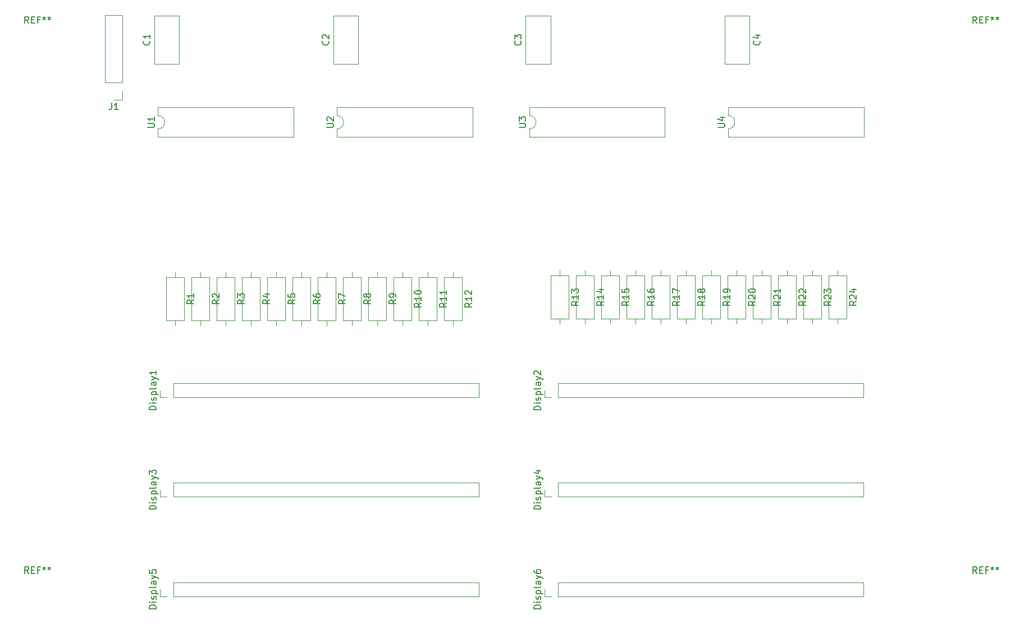
<source format=gbr>
%TF.GenerationSoftware,KiCad,Pcbnew,(5.1.9-0-10_14)*%
%TF.CreationDate,2021-03-14T17:55:17-04:00*%
%TF.ProjectId,LED Display,4c454420-4469-4737-906c-61792e6b6963,rev?*%
%TF.SameCoordinates,Original*%
%TF.FileFunction,Legend,Top*%
%TF.FilePolarity,Positive*%
%FSLAX46Y46*%
G04 Gerber Fmt 4.6, Leading zero omitted, Abs format (unit mm)*
G04 Created by KiCad (PCBNEW (5.1.9-0-10_14)) date 2021-03-14 17:55:17*
%MOMM*%
%LPD*%
G01*
G04 APERTURE LIST*
%ADD10C,0.120000*%
%ADD11C,0.150000*%
G04 APERTURE END LIST*
D10*
%TO.C,Display6*%
X101440000Y-102710000D02*
X101440000Y-101650000D01*
X102500000Y-102710000D02*
X101440000Y-102710000D01*
X103500000Y-102710000D02*
X103500000Y-100590000D01*
X103500000Y-100590000D02*
X149560000Y-100590000D01*
X103500000Y-102710000D02*
X149560000Y-102710000D01*
X149560000Y-102710000D02*
X149560000Y-100590000D01*
%TO.C,C1*%
X42630000Y-22370000D02*
X42630000Y-15130000D01*
X46370000Y-22370000D02*
X46370000Y-15130000D01*
X42630000Y-22370000D02*
X46370000Y-22370000D01*
X42630000Y-15130000D02*
X46370000Y-15130000D01*
%TO.C,C2*%
X69630000Y-15130000D02*
X73370000Y-15130000D01*
X69630000Y-22370000D02*
X73370000Y-22370000D01*
X73370000Y-22370000D02*
X73370000Y-15130000D01*
X69630000Y-22370000D02*
X69630000Y-15130000D01*
%TO.C,C3*%
X98630000Y-15130000D02*
X102370000Y-15130000D01*
X98630000Y-22370000D02*
X102370000Y-22370000D01*
X102370000Y-22370000D02*
X102370000Y-15130000D01*
X98630000Y-22370000D02*
X98630000Y-15130000D01*
%TO.C,C4*%
X132370000Y-15130000D02*
X132370000Y-22370000D01*
X128630000Y-15130000D02*
X128630000Y-22370000D01*
X132370000Y-15130000D02*
X128630000Y-15130000D01*
X132370000Y-22370000D02*
X128630000Y-22370000D01*
%TO.C,Display1*%
X91560000Y-72710000D02*
X91560000Y-70590000D01*
X45500000Y-72710000D02*
X91560000Y-72710000D01*
X45500000Y-70590000D02*
X91560000Y-70590000D01*
X45500000Y-72710000D02*
X45500000Y-70590000D01*
X44500000Y-72710000D02*
X43440000Y-72710000D01*
X43440000Y-72710000D02*
X43440000Y-71650000D01*
%TO.C,Display2*%
X101440000Y-72710000D02*
X101440000Y-71650000D01*
X102500000Y-72710000D02*
X101440000Y-72710000D01*
X103500000Y-72710000D02*
X103500000Y-70590000D01*
X103500000Y-70590000D02*
X149560000Y-70590000D01*
X103500000Y-72710000D02*
X149560000Y-72710000D01*
X149560000Y-72710000D02*
X149560000Y-70590000D01*
%TO.C,Display3*%
X91560000Y-87710000D02*
X91560000Y-85590000D01*
X45500000Y-87710000D02*
X91560000Y-87710000D01*
X45500000Y-85590000D02*
X91560000Y-85590000D01*
X45500000Y-87710000D02*
X45500000Y-85590000D01*
X44500000Y-87710000D02*
X43440000Y-87710000D01*
X43440000Y-87710000D02*
X43440000Y-86650000D01*
%TO.C,Display4*%
X149560000Y-87710000D02*
X149560000Y-85590000D01*
X103500000Y-87710000D02*
X149560000Y-87710000D01*
X103500000Y-85590000D02*
X149560000Y-85590000D01*
X103500000Y-87710000D02*
X103500000Y-85590000D01*
X102500000Y-87710000D02*
X101440000Y-87710000D01*
X101440000Y-87710000D02*
X101440000Y-86650000D01*
%TO.C,Display5*%
X43440000Y-102710000D02*
X43440000Y-101650000D01*
X44500000Y-102710000D02*
X43440000Y-102710000D01*
X45500000Y-102710000D02*
X45500000Y-100590000D01*
X45500000Y-100590000D02*
X91560000Y-100590000D01*
X45500000Y-102710000D02*
X91560000Y-102710000D01*
X91560000Y-102710000D02*
X91560000Y-100590000D01*
%TO.C,J1*%
X37830000Y-27830000D02*
X36500000Y-27830000D01*
X37830000Y-26500000D02*
X37830000Y-27830000D01*
X37830000Y-25230000D02*
X35170000Y-25230000D01*
X35170000Y-25230000D02*
X35170000Y-15010000D01*
X37830000Y-25230000D02*
X37830000Y-15010000D01*
X37830000Y-15010000D02*
X35170000Y-15010000D01*
%TO.C,R1*%
X45750000Y-61870000D02*
X45750000Y-61100000D01*
X45750000Y-53790000D02*
X45750000Y-54560000D01*
X47120000Y-61100000D02*
X47120000Y-54560000D01*
X44380000Y-61100000D02*
X47120000Y-61100000D01*
X44380000Y-54560000D02*
X44380000Y-61100000D01*
X47120000Y-54560000D02*
X44380000Y-54560000D01*
%TO.C,R2*%
X50930000Y-54560000D02*
X48190000Y-54560000D01*
X48190000Y-54560000D02*
X48190000Y-61100000D01*
X48190000Y-61100000D02*
X50930000Y-61100000D01*
X50930000Y-61100000D02*
X50930000Y-54560000D01*
X49560000Y-53790000D02*
X49560000Y-54560000D01*
X49560000Y-61870000D02*
X49560000Y-61100000D01*
%TO.C,R3*%
X53370000Y-61870000D02*
X53370000Y-61100000D01*
X53370000Y-53790000D02*
X53370000Y-54560000D01*
X54740000Y-61100000D02*
X54740000Y-54560000D01*
X52000000Y-61100000D02*
X54740000Y-61100000D01*
X52000000Y-54560000D02*
X52000000Y-61100000D01*
X54740000Y-54560000D02*
X52000000Y-54560000D01*
%TO.C,R4*%
X57180000Y-61870000D02*
X57180000Y-61100000D01*
X57180000Y-53790000D02*
X57180000Y-54560000D01*
X58550000Y-61100000D02*
X58550000Y-54560000D01*
X55810000Y-61100000D02*
X58550000Y-61100000D01*
X55810000Y-54560000D02*
X55810000Y-61100000D01*
X58550000Y-54560000D02*
X55810000Y-54560000D01*
%TO.C,R5*%
X60990000Y-61870000D02*
X60990000Y-61100000D01*
X60990000Y-53790000D02*
X60990000Y-54560000D01*
X62360000Y-61100000D02*
X62360000Y-54560000D01*
X59620000Y-61100000D02*
X62360000Y-61100000D01*
X59620000Y-54560000D02*
X59620000Y-61100000D01*
X62360000Y-54560000D02*
X59620000Y-54560000D01*
%TO.C,R6*%
X66170000Y-54560000D02*
X63430000Y-54560000D01*
X63430000Y-54560000D02*
X63430000Y-61100000D01*
X63430000Y-61100000D02*
X66170000Y-61100000D01*
X66170000Y-61100000D02*
X66170000Y-54560000D01*
X64800000Y-53790000D02*
X64800000Y-54560000D01*
X64800000Y-61870000D02*
X64800000Y-61100000D01*
%TO.C,R7*%
X68610000Y-61870000D02*
X68610000Y-61100000D01*
X68610000Y-53790000D02*
X68610000Y-54560000D01*
X69980000Y-61100000D02*
X69980000Y-54560000D01*
X67240000Y-61100000D02*
X69980000Y-61100000D01*
X67240000Y-54560000D02*
X67240000Y-61100000D01*
X69980000Y-54560000D02*
X67240000Y-54560000D01*
%TO.C,R8*%
X73790000Y-54560000D02*
X71050000Y-54560000D01*
X71050000Y-54560000D02*
X71050000Y-61100000D01*
X71050000Y-61100000D02*
X73790000Y-61100000D01*
X73790000Y-61100000D02*
X73790000Y-54560000D01*
X72420000Y-53790000D02*
X72420000Y-54560000D01*
X72420000Y-61870000D02*
X72420000Y-61100000D01*
%TO.C,R9*%
X77600000Y-54560000D02*
X74860000Y-54560000D01*
X74860000Y-54560000D02*
X74860000Y-61100000D01*
X74860000Y-61100000D02*
X77600000Y-61100000D01*
X77600000Y-61100000D02*
X77600000Y-54560000D01*
X76230000Y-53790000D02*
X76230000Y-54560000D01*
X76230000Y-61870000D02*
X76230000Y-61100000D01*
%TO.C,R10*%
X80040000Y-61870000D02*
X80040000Y-61100000D01*
X80040000Y-53790000D02*
X80040000Y-54560000D01*
X81410000Y-61100000D02*
X81410000Y-54560000D01*
X78670000Y-61100000D02*
X81410000Y-61100000D01*
X78670000Y-54560000D02*
X78670000Y-61100000D01*
X81410000Y-54560000D02*
X78670000Y-54560000D01*
%TO.C,R11*%
X85220000Y-54560000D02*
X82480000Y-54560000D01*
X82480000Y-54560000D02*
X82480000Y-61100000D01*
X82480000Y-61100000D02*
X85220000Y-61100000D01*
X85220000Y-61100000D02*
X85220000Y-54560000D01*
X83850000Y-53790000D02*
X83850000Y-54560000D01*
X83850000Y-61870000D02*
X83850000Y-61100000D01*
%TO.C,R12*%
X87660000Y-61870000D02*
X87660000Y-61100000D01*
X87660000Y-53790000D02*
X87660000Y-54560000D01*
X89030000Y-61100000D02*
X89030000Y-54560000D01*
X86290000Y-61100000D02*
X89030000Y-61100000D01*
X86290000Y-54560000D02*
X86290000Y-61100000D01*
X89030000Y-54560000D02*
X86290000Y-54560000D01*
%TO.C,R13*%
X103750000Y-61620000D02*
X103750000Y-60850000D01*
X103750000Y-53540000D02*
X103750000Y-54310000D01*
X105120000Y-60850000D02*
X105120000Y-54310000D01*
X102380000Y-60850000D02*
X105120000Y-60850000D01*
X102380000Y-54310000D02*
X102380000Y-60850000D01*
X105120000Y-54310000D02*
X102380000Y-54310000D01*
%TO.C,R14*%
X108930000Y-54310000D02*
X106190000Y-54310000D01*
X106190000Y-54310000D02*
X106190000Y-60850000D01*
X106190000Y-60850000D02*
X108930000Y-60850000D01*
X108930000Y-60850000D02*
X108930000Y-54310000D01*
X107560000Y-53540000D02*
X107560000Y-54310000D01*
X107560000Y-61620000D02*
X107560000Y-60850000D01*
%TO.C,R15*%
X112740000Y-54310000D02*
X110000000Y-54310000D01*
X110000000Y-54310000D02*
X110000000Y-60850000D01*
X110000000Y-60850000D02*
X112740000Y-60850000D01*
X112740000Y-60850000D02*
X112740000Y-54310000D01*
X111370000Y-53540000D02*
X111370000Y-54310000D01*
X111370000Y-61620000D02*
X111370000Y-60850000D01*
%TO.C,R16*%
X115180000Y-61620000D02*
X115180000Y-60850000D01*
X115180000Y-53540000D02*
X115180000Y-54310000D01*
X116550000Y-60850000D02*
X116550000Y-54310000D01*
X113810000Y-60850000D02*
X116550000Y-60850000D01*
X113810000Y-54310000D02*
X113810000Y-60850000D01*
X116550000Y-54310000D02*
X113810000Y-54310000D01*
%TO.C,R17*%
X120360000Y-54310000D02*
X117620000Y-54310000D01*
X117620000Y-54310000D02*
X117620000Y-60850000D01*
X117620000Y-60850000D02*
X120360000Y-60850000D01*
X120360000Y-60850000D02*
X120360000Y-54310000D01*
X118990000Y-53540000D02*
X118990000Y-54310000D01*
X118990000Y-61620000D02*
X118990000Y-60850000D01*
%TO.C,R18*%
X122800000Y-61620000D02*
X122800000Y-60850000D01*
X122800000Y-53540000D02*
X122800000Y-54310000D01*
X124170000Y-60850000D02*
X124170000Y-54310000D01*
X121430000Y-60850000D02*
X124170000Y-60850000D01*
X121430000Y-54310000D02*
X121430000Y-60850000D01*
X124170000Y-54310000D02*
X121430000Y-54310000D01*
%TO.C,R19*%
X127980000Y-54310000D02*
X125240000Y-54310000D01*
X125240000Y-54310000D02*
X125240000Y-60850000D01*
X125240000Y-60850000D02*
X127980000Y-60850000D01*
X127980000Y-60850000D02*
X127980000Y-54310000D01*
X126610000Y-53540000D02*
X126610000Y-54310000D01*
X126610000Y-61620000D02*
X126610000Y-60850000D01*
%TO.C,R20*%
X130420000Y-61620000D02*
X130420000Y-60850000D01*
X130420000Y-53540000D02*
X130420000Y-54310000D01*
X131790000Y-60850000D02*
X131790000Y-54310000D01*
X129050000Y-60850000D02*
X131790000Y-60850000D01*
X129050000Y-54310000D02*
X129050000Y-60850000D01*
X131790000Y-54310000D02*
X129050000Y-54310000D01*
%TO.C,R21*%
X135600000Y-54310000D02*
X132860000Y-54310000D01*
X132860000Y-54310000D02*
X132860000Y-60850000D01*
X132860000Y-60850000D02*
X135600000Y-60850000D01*
X135600000Y-60850000D02*
X135600000Y-54310000D01*
X134230000Y-53540000D02*
X134230000Y-54310000D01*
X134230000Y-61620000D02*
X134230000Y-60850000D01*
%TO.C,R22*%
X138040000Y-61620000D02*
X138040000Y-60850000D01*
X138040000Y-53540000D02*
X138040000Y-54310000D01*
X139410000Y-60850000D02*
X139410000Y-54310000D01*
X136670000Y-60850000D02*
X139410000Y-60850000D01*
X136670000Y-54310000D02*
X136670000Y-60850000D01*
X139410000Y-54310000D02*
X136670000Y-54310000D01*
%TO.C,R23*%
X143220000Y-54310000D02*
X140480000Y-54310000D01*
X140480000Y-54310000D02*
X140480000Y-60850000D01*
X140480000Y-60850000D02*
X143220000Y-60850000D01*
X143220000Y-60850000D02*
X143220000Y-54310000D01*
X141850000Y-53540000D02*
X141850000Y-54310000D01*
X141850000Y-61620000D02*
X141850000Y-60850000D01*
%TO.C,R24*%
X147030000Y-54310000D02*
X144290000Y-54310000D01*
X144290000Y-54310000D02*
X144290000Y-60850000D01*
X144290000Y-60850000D02*
X147030000Y-60850000D01*
X147030000Y-60850000D02*
X147030000Y-54310000D01*
X145660000Y-53540000D02*
X145660000Y-54310000D01*
X145660000Y-61620000D02*
X145660000Y-60850000D01*
%TO.C,U1*%
X43170000Y-30190000D02*
G75*
G02*
X43170000Y-32190000I0J-1000000D01*
G01*
X43170000Y-32190000D02*
X43170000Y-33440000D01*
X43170000Y-33440000D02*
X63610000Y-33440000D01*
X63610000Y-33440000D02*
X63610000Y-28940000D01*
X63610000Y-28940000D02*
X43170000Y-28940000D01*
X43170000Y-28940000D02*
X43170000Y-30190000D01*
%TO.C,U2*%
X70170000Y-28940000D02*
X70170000Y-30190000D01*
X90610000Y-28940000D02*
X70170000Y-28940000D01*
X90610000Y-33440000D02*
X90610000Y-28940000D01*
X70170000Y-33440000D02*
X90610000Y-33440000D01*
X70170000Y-32190000D02*
X70170000Y-33440000D01*
X70170000Y-30190000D02*
G75*
G02*
X70170000Y-32190000I0J-1000000D01*
G01*
%TO.C,U3*%
X99170000Y-30190000D02*
G75*
G02*
X99170000Y-32190000I0J-1000000D01*
G01*
X99170000Y-32190000D02*
X99170000Y-33440000D01*
X99170000Y-33440000D02*
X119610000Y-33440000D01*
X119610000Y-33440000D02*
X119610000Y-28940000D01*
X119610000Y-28940000D02*
X99170000Y-28940000D01*
X99170000Y-28940000D02*
X99170000Y-30190000D01*
%TO.C,U4*%
X129170000Y-28940000D02*
X129170000Y-30190000D01*
X149610000Y-28940000D02*
X129170000Y-28940000D01*
X149610000Y-33440000D02*
X149610000Y-28940000D01*
X129170000Y-33440000D02*
X149610000Y-33440000D01*
X129170000Y-32190000D02*
X129170000Y-33440000D01*
X129170000Y-30190000D02*
G75*
G02*
X129170000Y-32190000I0J-1000000D01*
G01*
%TO.C,REF\u002A\u002A*%
D11*
X166666666Y-16252380D02*
X166333333Y-15776190D01*
X166095238Y-16252380D02*
X166095238Y-15252380D01*
X166476190Y-15252380D01*
X166571428Y-15300000D01*
X166619047Y-15347619D01*
X166666666Y-15442857D01*
X166666666Y-15585714D01*
X166619047Y-15680952D01*
X166571428Y-15728571D01*
X166476190Y-15776190D01*
X166095238Y-15776190D01*
X167095238Y-15728571D02*
X167428571Y-15728571D01*
X167571428Y-16252380D02*
X167095238Y-16252380D01*
X167095238Y-15252380D01*
X167571428Y-15252380D01*
X168333333Y-15728571D02*
X168000000Y-15728571D01*
X168000000Y-16252380D02*
X168000000Y-15252380D01*
X168476190Y-15252380D01*
X169000000Y-15252380D02*
X169000000Y-15490476D01*
X168761904Y-15395238D02*
X169000000Y-15490476D01*
X169238095Y-15395238D01*
X168857142Y-15680952D02*
X169000000Y-15490476D01*
X169142857Y-15680952D01*
X169761904Y-15252380D02*
X169761904Y-15490476D01*
X169523809Y-15395238D02*
X169761904Y-15490476D01*
X170000000Y-15395238D01*
X169619047Y-15680952D02*
X169761904Y-15490476D01*
X169904761Y-15680952D01*
X166666666Y-99252380D02*
X166333333Y-98776190D01*
X166095238Y-99252380D02*
X166095238Y-98252380D01*
X166476190Y-98252380D01*
X166571428Y-98300000D01*
X166619047Y-98347619D01*
X166666666Y-98442857D01*
X166666666Y-98585714D01*
X166619047Y-98680952D01*
X166571428Y-98728571D01*
X166476190Y-98776190D01*
X166095238Y-98776190D01*
X167095238Y-98728571D02*
X167428571Y-98728571D01*
X167571428Y-99252380D02*
X167095238Y-99252380D01*
X167095238Y-98252380D01*
X167571428Y-98252380D01*
X168333333Y-98728571D02*
X168000000Y-98728571D01*
X168000000Y-99252380D02*
X168000000Y-98252380D01*
X168476190Y-98252380D01*
X169000000Y-98252380D02*
X169000000Y-98490476D01*
X168761904Y-98395238D02*
X169000000Y-98490476D01*
X169238095Y-98395238D01*
X168857142Y-98680952D02*
X169000000Y-98490476D01*
X169142857Y-98680952D01*
X169761904Y-98252380D02*
X169761904Y-98490476D01*
X169523809Y-98395238D02*
X169761904Y-98490476D01*
X170000000Y-98395238D01*
X169619047Y-98680952D02*
X169761904Y-98490476D01*
X169904761Y-98680952D01*
X23666666Y-99252380D02*
X23333333Y-98776190D01*
X23095238Y-99252380D02*
X23095238Y-98252380D01*
X23476190Y-98252380D01*
X23571428Y-98300000D01*
X23619047Y-98347619D01*
X23666666Y-98442857D01*
X23666666Y-98585714D01*
X23619047Y-98680952D01*
X23571428Y-98728571D01*
X23476190Y-98776190D01*
X23095238Y-98776190D01*
X24095238Y-98728571D02*
X24428571Y-98728571D01*
X24571428Y-99252380D02*
X24095238Y-99252380D01*
X24095238Y-98252380D01*
X24571428Y-98252380D01*
X25333333Y-98728571D02*
X25000000Y-98728571D01*
X25000000Y-99252380D02*
X25000000Y-98252380D01*
X25476190Y-98252380D01*
X26000000Y-98252380D02*
X26000000Y-98490476D01*
X25761904Y-98395238D02*
X26000000Y-98490476D01*
X26238095Y-98395238D01*
X25857142Y-98680952D02*
X26000000Y-98490476D01*
X26142857Y-98680952D01*
X26761904Y-98252380D02*
X26761904Y-98490476D01*
X26523809Y-98395238D02*
X26761904Y-98490476D01*
X27000000Y-98395238D01*
X26619047Y-98680952D02*
X26761904Y-98490476D01*
X26904761Y-98680952D01*
X23666666Y-16252380D02*
X23333333Y-15776190D01*
X23095238Y-16252380D02*
X23095238Y-15252380D01*
X23476190Y-15252380D01*
X23571428Y-15300000D01*
X23619047Y-15347619D01*
X23666666Y-15442857D01*
X23666666Y-15585714D01*
X23619047Y-15680952D01*
X23571428Y-15728571D01*
X23476190Y-15776190D01*
X23095238Y-15776190D01*
X24095238Y-15728571D02*
X24428571Y-15728571D01*
X24571428Y-16252380D02*
X24095238Y-16252380D01*
X24095238Y-15252380D01*
X24571428Y-15252380D01*
X25333333Y-15728571D02*
X25000000Y-15728571D01*
X25000000Y-16252380D02*
X25000000Y-15252380D01*
X25476190Y-15252380D01*
X26000000Y-15252380D02*
X26000000Y-15490476D01*
X25761904Y-15395238D02*
X26000000Y-15490476D01*
X26238095Y-15395238D01*
X25857142Y-15680952D02*
X26000000Y-15490476D01*
X26142857Y-15680952D01*
X26761904Y-15252380D02*
X26761904Y-15490476D01*
X26523809Y-15395238D02*
X26761904Y-15490476D01*
X27000000Y-15395238D01*
X26619047Y-15680952D02*
X26761904Y-15490476D01*
X26904761Y-15680952D01*
%TO.C,Display6*%
X100892380Y-104578571D02*
X99892380Y-104578571D01*
X99892380Y-104340476D01*
X99940000Y-104197619D01*
X100035238Y-104102380D01*
X100130476Y-104054761D01*
X100320952Y-104007142D01*
X100463809Y-104007142D01*
X100654285Y-104054761D01*
X100749523Y-104102380D01*
X100844761Y-104197619D01*
X100892380Y-104340476D01*
X100892380Y-104578571D01*
X100892380Y-103578571D02*
X100225714Y-103578571D01*
X99892380Y-103578571D02*
X99940000Y-103626190D01*
X99987619Y-103578571D01*
X99940000Y-103530952D01*
X99892380Y-103578571D01*
X99987619Y-103578571D01*
X100844761Y-103150000D02*
X100892380Y-103054761D01*
X100892380Y-102864285D01*
X100844761Y-102769047D01*
X100749523Y-102721428D01*
X100701904Y-102721428D01*
X100606666Y-102769047D01*
X100559047Y-102864285D01*
X100559047Y-103007142D01*
X100511428Y-103102380D01*
X100416190Y-103150000D01*
X100368571Y-103150000D01*
X100273333Y-103102380D01*
X100225714Y-103007142D01*
X100225714Y-102864285D01*
X100273333Y-102769047D01*
X100225714Y-102292857D02*
X101225714Y-102292857D01*
X100273333Y-102292857D02*
X100225714Y-102197619D01*
X100225714Y-102007142D01*
X100273333Y-101911904D01*
X100320952Y-101864285D01*
X100416190Y-101816666D01*
X100701904Y-101816666D01*
X100797142Y-101864285D01*
X100844761Y-101911904D01*
X100892380Y-102007142D01*
X100892380Y-102197619D01*
X100844761Y-102292857D01*
X100892380Y-101245238D02*
X100844761Y-101340476D01*
X100749523Y-101388095D01*
X99892380Y-101388095D01*
X100892380Y-100435714D02*
X100368571Y-100435714D01*
X100273333Y-100483333D01*
X100225714Y-100578571D01*
X100225714Y-100769047D01*
X100273333Y-100864285D01*
X100844761Y-100435714D02*
X100892380Y-100530952D01*
X100892380Y-100769047D01*
X100844761Y-100864285D01*
X100749523Y-100911904D01*
X100654285Y-100911904D01*
X100559047Y-100864285D01*
X100511428Y-100769047D01*
X100511428Y-100530952D01*
X100463809Y-100435714D01*
X100225714Y-100054761D02*
X100892380Y-99816666D01*
X100225714Y-99578571D02*
X100892380Y-99816666D01*
X101130476Y-99911904D01*
X101178095Y-99959523D01*
X101225714Y-100054761D01*
X99892380Y-98769047D02*
X99892380Y-98959523D01*
X99940000Y-99054761D01*
X99987619Y-99102380D01*
X100130476Y-99197619D01*
X100320952Y-99245238D01*
X100701904Y-99245238D01*
X100797142Y-99197619D01*
X100844761Y-99150000D01*
X100892380Y-99054761D01*
X100892380Y-98864285D01*
X100844761Y-98769047D01*
X100797142Y-98721428D01*
X100701904Y-98673809D01*
X100463809Y-98673809D01*
X100368571Y-98721428D01*
X100320952Y-98769047D01*
X100273333Y-98864285D01*
X100273333Y-99054761D01*
X100320952Y-99150000D01*
X100368571Y-99197619D01*
X100463809Y-99245238D01*
%TO.C,C1*%
X41857142Y-18916666D02*
X41904761Y-18964285D01*
X41952380Y-19107142D01*
X41952380Y-19202380D01*
X41904761Y-19345238D01*
X41809523Y-19440476D01*
X41714285Y-19488095D01*
X41523809Y-19535714D01*
X41380952Y-19535714D01*
X41190476Y-19488095D01*
X41095238Y-19440476D01*
X41000000Y-19345238D01*
X40952380Y-19202380D01*
X40952380Y-19107142D01*
X41000000Y-18964285D01*
X41047619Y-18916666D01*
X41952380Y-17964285D02*
X41952380Y-18535714D01*
X41952380Y-18250000D02*
X40952380Y-18250000D01*
X41095238Y-18345238D01*
X41190476Y-18440476D01*
X41238095Y-18535714D01*
%TO.C,C2*%
X68857142Y-18916666D02*
X68904761Y-18964285D01*
X68952380Y-19107142D01*
X68952380Y-19202380D01*
X68904761Y-19345238D01*
X68809523Y-19440476D01*
X68714285Y-19488095D01*
X68523809Y-19535714D01*
X68380952Y-19535714D01*
X68190476Y-19488095D01*
X68095238Y-19440476D01*
X68000000Y-19345238D01*
X67952380Y-19202380D01*
X67952380Y-19107142D01*
X68000000Y-18964285D01*
X68047619Y-18916666D01*
X68047619Y-18535714D02*
X68000000Y-18488095D01*
X67952380Y-18392857D01*
X67952380Y-18154761D01*
X68000000Y-18059523D01*
X68047619Y-18011904D01*
X68142857Y-17964285D01*
X68238095Y-17964285D01*
X68380952Y-18011904D01*
X68952380Y-18583333D01*
X68952380Y-17964285D01*
%TO.C,C3*%
X97857142Y-18916666D02*
X97904761Y-18964285D01*
X97952380Y-19107142D01*
X97952380Y-19202380D01*
X97904761Y-19345238D01*
X97809523Y-19440476D01*
X97714285Y-19488095D01*
X97523809Y-19535714D01*
X97380952Y-19535714D01*
X97190476Y-19488095D01*
X97095238Y-19440476D01*
X97000000Y-19345238D01*
X96952380Y-19202380D01*
X96952380Y-19107142D01*
X97000000Y-18964285D01*
X97047619Y-18916666D01*
X96952380Y-18583333D02*
X96952380Y-17964285D01*
X97333333Y-18297619D01*
X97333333Y-18154761D01*
X97380952Y-18059523D01*
X97428571Y-18011904D01*
X97523809Y-17964285D01*
X97761904Y-17964285D01*
X97857142Y-18011904D01*
X97904761Y-18059523D01*
X97952380Y-18154761D01*
X97952380Y-18440476D01*
X97904761Y-18535714D01*
X97857142Y-18583333D01*
%TO.C,C4*%
X133857142Y-18916666D02*
X133904761Y-18964285D01*
X133952380Y-19107142D01*
X133952380Y-19202380D01*
X133904761Y-19345238D01*
X133809523Y-19440476D01*
X133714285Y-19488095D01*
X133523809Y-19535714D01*
X133380952Y-19535714D01*
X133190476Y-19488095D01*
X133095238Y-19440476D01*
X133000000Y-19345238D01*
X132952380Y-19202380D01*
X132952380Y-19107142D01*
X133000000Y-18964285D01*
X133047619Y-18916666D01*
X133285714Y-18059523D02*
X133952380Y-18059523D01*
X132904761Y-18297619D02*
X133619047Y-18535714D01*
X133619047Y-17916666D01*
%TO.C,Display1*%
X42892380Y-74578571D02*
X41892380Y-74578571D01*
X41892380Y-74340476D01*
X41940000Y-74197619D01*
X42035238Y-74102380D01*
X42130476Y-74054761D01*
X42320952Y-74007142D01*
X42463809Y-74007142D01*
X42654285Y-74054761D01*
X42749523Y-74102380D01*
X42844761Y-74197619D01*
X42892380Y-74340476D01*
X42892380Y-74578571D01*
X42892380Y-73578571D02*
X42225714Y-73578571D01*
X41892380Y-73578571D02*
X41940000Y-73626190D01*
X41987619Y-73578571D01*
X41940000Y-73530952D01*
X41892380Y-73578571D01*
X41987619Y-73578571D01*
X42844761Y-73150000D02*
X42892380Y-73054761D01*
X42892380Y-72864285D01*
X42844761Y-72769047D01*
X42749523Y-72721428D01*
X42701904Y-72721428D01*
X42606666Y-72769047D01*
X42559047Y-72864285D01*
X42559047Y-73007142D01*
X42511428Y-73102380D01*
X42416190Y-73150000D01*
X42368571Y-73150000D01*
X42273333Y-73102380D01*
X42225714Y-73007142D01*
X42225714Y-72864285D01*
X42273333Y-72769047D01*
X42225714Y-72292857D02*
X43225714Y-72292857D01*
X42273333Y-72292857D02*
X42225714Y-72197619D01*
X42225714Y-72007142D01*
X42273333Y-71911904D01*
X42320952Y-71864285D01*
X42416190Y-71816666D01*
X42701904Y-71816666D01*
X42797142Y-71864285D01*
X42844761Y-71911904D01*
X42892380Y-72007142D01*
X42892380Y-72197619D01*
X42844761Y-72292857D01*
X42892380Y-71245238D02*
X42844761Y-71340476D01*
X42749523Y-71388095D01*
X41892380Y-71388095D01*
X42892380Y-70435714D02*
X42368571Y-70435714D01*
X42273333Y-70483333D01*
X42225714Y-70578571D01*
X42225714Y-70769047D01*
X42273333Y-70864285D01*
X42844761Y-70435714D02*
X42892380Y-70530952D01*
X42892380Y-70769047D01*
X42844761Y-70864285D01*
X42749523Y-70911904D01*
X42654285Y-70911904D01*
X42559047Y-70864285D01*
X42511428Y-70769047D01*
X42511428Y-70530952D01*
X42463809Y-70435714D01*
X42225714Y-70054761D02*
X42892380Y-69816666D01*
X42225714Y-69578571D02*
X42892380Y-69816666D01*
X43130476Y-69911904D01*
X43178095Y-69959523D01*
X43225714Y-70054761D01*
X42892380Y-68673809D02*
X42892380Y-69245238D01*
X42892380Y-68959523D02*
X41892380Y-68959523D01*
X42035238Y-69054761D01*
X42130476Y-69150000D01*
X42178095Y-69245238D01*
%TO.C,Display2*%
X100892380Y-74578571D02*
X99892380Y-74578571D01*
X99892380Y-74340476D01*
X99940000Y-74197619D01*
X100035238Y-74102380D01*
X100130476Y-74054761D01*
X100320952Y-74007142D01*
X100463809Y-74007142D01*
X100654285Y-74054761D01*
X100749523Y-74102380D01*
X100844761Y-74197619D01*
X100892380Y-74340476D01*
X100892380Y-74578571D01*
X100892380Y-73578571D02*
X100225714Y-73578571D01*
X99892380Y-73578571D02*
X99940000Y-73626190D01*
X99987619Y-73578571D01*
X99940000Y-73530952D01*
X99892380Y-73578571D01*
X99987619Y-73578571D01*
X100844761Y-73150000D02*
X100892380Y-73054761D01*
X100892380Y-72864285D01*
X100844761Y-72769047D01*
X100749523Y-72721428D01*
X100701904Y-72721428D01*
X100606666Y-72769047D01*
X100559047Y-72864285D01*
X100559047Y-73007142D01*
X100511428Y-73102380D01*
X100416190Y-73150000D01*
X100368571Y-73150000D01*
X100273333Y-73102380D01*
X100225714Y-73007142D01*
X100225714Y-72864285D01*
X100273333Y-72769047D01*
X100225714Y-72292857D02*
X101225714Y-72292857D01*
X100273333Y-72292857D02*
X100225714Y-72197619D01*
X100225714Y-72007142D01*
X100273333Y-71911904D01*
X100320952Y-71864285D01*
X100416190Y-71816666D01*
X100701904Y-71816666D01*
X100797142Y-71864285D01*
X100844761Y-71911904D01*
X100892380Y-72007142D01*
X100892380Y-72197619D01*
X100844761Y-72292857D01*
X100892380Y-71245238D02*
X100844761Y-71340476D01*
X100749523Y-71388095D01*
X99892380Y-71388095D01*
X100892380Y-70435714D02*
X100368571Y-70435714D01*
X100273333Y-70483333D01*
X100225714Y-70578571D01*
X100225714Y-70769047D01*
X100273333Y-70864285D01*
X100844761Y-70435714D02*
X100892380Y-70530952D01*
X100892380Y-70769047D01*
X100844761Y-70864285D01*
X100749523Y-70911904D01*
X100654285Y-70911904D01*
X100559047Y-70864285D01*
X100511428Y-70769047D01*
X100511428Y-70530952D01*
X100463809Y-70435714D01*
X100225714Y-70054761D02*
X100892380Y-69816666D01*
X100225714Y-69578571D02*
X100892380Y-69816666D01*
X101130476Y-69911904D01*
X101178095Y-69959523D01*
X101225714Y-70054761D01*
X99987619Y-69245238D02*
X99940000Y-69197619D01*
X99892380Y-69102380D01*
X99892380Y-68864285D01*
X99940000Y-68769047D01*
X99987619Y-68721428D01*
X100082857Y-68673809D01*
X100178095Y-68673809D01*
X100320952Y-68721428D01*
X100892380Y-69292857D01*
X100892380Y-68673809D01*
%TO.C,Display3*%
X42892380Y-89578571D02*
X41892380Y-89578571D01*
X41892380Y-89340476D01*
X41940000Y-89197619D01*
X42035238Y-89102380D01*
X42130476Y-89054761D01*
X42320952Y-89007142D01*
X42463809Y-89007142D01*
X42654285Y-89054761D01*
X42749523Y-89102380D01*
X42844761Y-89197619D01*
X42892380Y-89340476D01*
X42892380Y-89578571D01*
X42892380Y-88578571D02*
X42225714Y-88578571D01*
X41892380Y-88578571D02*
X41940000Y-88626190D01*
X41987619Y-88578571D01*
X41940000Y-88530952D01*
X41892380Y-88578571D01*
X41987619Y-88578571D01*
X42844761Y-88150000D02*
X42892380Y-88054761D01*
X42892380Y-87864285D01*
X42844761Y-87769047D01*
X42749523Y-87721428D01*
X42701904Y-87721428D01*
X42606666Y-87769047D01*
X42559047Y-87864285D01*
X42559047Y-88007142D01*
X42511428Y-88102380D01*
X42416190Y-88150000D01*
X42368571Y-88150000D01*
X42273333Y-88102380D01*
X42225714Y-88007142D01*
X42225714Y-87864285D01*
X42273333Y-87769047D01*
X42225714Y-87292857D02*
X43225714Y-87292857D01*
X42273333Y-87292857D02*
X42225714Y-87197619D01*
X42225714Y-87007142D01*
X42273333Y-86911904D01*
X42320952Y-86864285D01*
X42416190Y-86816666D01*
X42701904Y-86816666D01*
X42797142Y-86864285D01*
X42844761Y-86911904D01*
X42892380Y-87007142D01*
X42892380Y-87197619D01*
X42844761Y-87292857D01*
X42892380Y-86245238D02*
X42844761Y-86340476D01*
X42749523Y-86388095D01*
X41892380Y-86388095D01*
X42892380Y-85435714D02*
X42368571Y-85435714D01*
X42273333Y-85483333D01*
X42225714Y-85578571D01*
X42225714Y-85769047D01*
X42273333Y-85864285D01*
X42844761Y-85435714D02*
X42892380Y-85530952D01*
X42892380Y-85769047D01*
X42844761Y-85864285D01*
X42749523Y-85911904D01*
X42654285Y-85911904D01*
X42559047Y-85864285D01*
X42511428Y-85769047D01*
X42511428Y-85530952D01*
X42463809Y-85435714D01*
X42225714Y-85054761D02*
X42892380Y-84816666D01*
X42225714Y-84578571D02*
X42892380Y-84816666D01*
X43130476Y-84911904D01*
X43178095Y-84959523D01*
X43225714Y-85054761D01*
X41892380Y-84292857D02*
X41892380Y-83673809D01*
X42273333Y-84007142D01*
X42273333Y-83864285D01*
X42320952Y-83769047D01*
X42368571Y-83721428D01*
X42463809Y-83673809D01*
X42701904Y-83673809D01*
X42797142Y-83721428D01*
X42844761Y-83769047D01*
X42892380Y-83864285D01*
X42892380Y-84150000D01*
X42844761Y-84245238D01*
X42797142Y-84292857D01*
%TO.C,Display4*%
X100892380Y-89578571D02*
X99892380Y-89578571D01*
X99892380Y-89340476D01*
X99940000Y-89197619D01*
X100035238Y-89102380D01*
X100130476Y-89054761D01*
X100320952Y-89007142D01*
X100463809Y-89007142D01*
X100654285Y-89054761D01*
X100749523Y-89102380D01*
X100844761Y-89197619D01*
X100892380Y-89340476D01*
X100892380Y-89578571D01*
X100892380Y-88578571D02*
X100225714Y-88578571D01*
X99892380Y-88578571D02*
X99940000Y-88626190D01*
X99987619Y-88578571D01*
X99940000Y-88530952D01*
X99892380Y-88578571D01*
X99987619Y-88578571D01*
X100844761Y-88150000D02*
X100892380Y-88054761D01*
X100892380Y-87864285D01*
X100844761Y-87769047D01*
X100749523Y-87721428D01*
X100701904Y-87721428D01*
X100606666Y-87769047D01*
X100559047Y-87864285D01*
X100559047Y-88007142D01*
X100511428Y-88102380D01*
X100416190Y-88150000D01*
X100368571Y-88150000D01*
X100273333Y-88102380D01*
X100225714Y-88007142D01*
X100225714Y-87864285D01*
X100273333Y-87769047D01*
X100225714Y-87292857D02*
X101225714Y-87292857D01*
X100273333Y-87292857D02*
X100225714Y-87197619D01*
X100225714Y-87007142D01*
X100273333Y-86911904D01*
X100320952Y-86864285D01*
X100416190Y-86816666D01*
X100701904Y-86816666D01*
X100797142Y-86864285D01*
X100844761Y-86911904D01*
X100892380Y-87007142D01*
X100892380Y-87197619D01*
X100844761Y-87292857D01*
X100892380Y-86245238D02*
X100844761Y-86340476D01*
X100749523Y-86388095D01*
X99892380Y-86388095D01*
X100892380Y-85435714D02*
X100368571Y-85435714D01*
X100273333Y-85483333D01*
X100225714Y-85578571D01*
X100225714Y-85769047D01*
X100273333Y-85864285D01*
X100844761Y-85435714D02*
X100892380Y-85530952D01*
X100892380Y-85769047D01*
X100844761Y-85864285D01*
X100749523Y-85911904D01*
X100654285Y-85911904D01*
X100559047Y-85864285D01*
X100511428Y-85769047D01*
X100511428Y-85530952D01*
X100463809Y-85435714D01*
X100225714Y-85054761D02*
X100892380Y-84816666D01*
X100225714Y-84578571D02*
X100892380Y-84816666D01*
X101130476Y-84911904D01*
X101178095Y-84959523D01*
X101225714Y-85054761D01*
X100225714Y-83769047D02*
X100892380Y-83769047D01*
X99844761Y-84007142D02*
X100559047Y-84245238D01*
X100559047Y-83626190D01*
%TO.C,Display5*%
X42892380Y-104578571D02*
X41892380Y-104578571D01*
X41892380Y-104340476D01*
X41940000Y-104197619D01*
X42035238Y-104102380D01*
X42130476Y-104054761D01*
X42320952Y-104007142D01*
X42463809Y-104007142D01*
X42654285Y-104054761D01*
X42749523Y-104102380D01*
X42844761Y-104197619D01*
X42892380Y-104340476D01*
X42892380Y-104578571D01*
X42892380Y-103578571D02*
X42225714Y-103578571D01*
X41892380Y-103578571D02*
X41940000Y-103626190D01*
X41987619Y-103578571D01*
X41940000Y-103530952D01*
X41892380Y-103578571D01*
X41987619Y-103578571D01*
X42844761Y-103150000D02*
X42892380Y-103054761D01*
X42892380Y-102864285D01*
X42844761Y-102769047D01*
X42749523Y-102721428D01*
X42701904Y-102721428D01*
X42606666Y-102769047D01*
X42559047Y-102864285D01*
X42559047Y-103007142D01*
X42511428Y-103102380D01*
X42416190Y-103150000D01*
X42368571Y-103150000D01*
X42273333Y-103102380D01*
X42225714Y-103007142D01*
X42225714Y-102864285D01*
X42273333Y-102769047D01*
X42225714Y-102292857D02*
X43225714Y-102292857D01*
X42273333Y-102292857D02*
X42225714Y-102197619D01*
X42225714Y-102007142D01*
X42273333Y-101911904D01*
X42320952Y-101864285D01*
X42416190Y-101816666D01*
X42701904Y-101816666D01*
X42797142Y-101864285D01*
X42844761Y-101911904D01*
X42892380Y-102007142D01*
X42892380Y-102197619D01*
X42844761Y-102292857D01*
X42892380Y-101245238D02*
X42844761Y-101340476D01*
X42749523Y-101388095D01*
X41892380Y-101388095D01*
X42892380Y-100435714D02*
X42368571Y-100435714D01*
X42273333Y-100483333D01*
X42225714Y-100578571D01*
X42225714Y-100769047D01*
X42273333Y-100864285D01*
X42844761Y-100435714D02*
X42892380Y-100530952D01*
X42892380Y-100769047D01*
X42844761Y-100864285D01*
X42749523Y-100911904D01*
X42654285Y-100911904D01*
X42559047Y-100864285D01*
X42511428Y-100769047D01*
X42511428Y-100530952D01*
X42463809Y-100435714D01*
X42225714Y-100054761D02*
X42892380Y-99816666D01*
X42225714Y-99578571D02*
X42892380Y-99816666D01*
X43130476Y-99911904D01*
X43178095Y-99959523D01*
X43225714Y-100054761D01*
X41892380Y-98721428D02*
X41892380Y-99197619D01*
X42368571Y-99245238D01*
X42320952Y-99197619D01*
X42273333Y-99102380D01*
X42273333Y-98864285D01*
X42320952Y-98769047D01*
X42368571Y-98721428D01*
X42463809Y-98673809D01*
X42701904Y-98673809D01*
X42797142Y-98721428D01*
X42844761Y-98769047D01*
X42892380Y-98864285D01*
X42892380Y-99102380D01*
X42844761Y-99197619D01*
X42797142Y-99245238D01*
%TO.C,J1*%
X36166666Y-28282380D02*
X36166666Y-28996666D01*
X36119047Y-29139523D01*
X36023809Y-29234761D01*
X35880952Y-29282380D01*
X35785714Y-29282380D01*
X37166666Y-29282380D02*
X36595238Y-29282380D01*
X36880952Y-29282380D02*
X36880952Y-28282380D01*
X36785714Y-28425238D01*
X36690476Y-28520476D01*
X36595238Y-28568095D01*
%TO.C,R1*%
X48572380Y-57996666D02*
X48096190Y-58330000D01*
X48572380Y-58568095D02*
X47572380Y-58568095D01*
X47572380Y-58187142D01*
X47620000Y-58091904D01*
X47667619Y-58044285D01*
X47762857Y-57996666D01*
X47905714Y-57996666D01*
X48000952Y-58044285D01*
X48048571Y-58091904D01*
X48096190Y-58187142D01*
X48096190Y-58568095D01*
X48572380Y-57044285D02*
X48572380Y-57615714D01*
X48572380Y-57330000D02*
X47572380Y-57330000D01*
X47715238Y-57425238D01*
X47810476Y-57520476D01*
X47858095Y-57615714D01*
%TO.C,R2*%
X52382380Y-57996666D02*
X51906190Y-58330000D01*
X52382380Y-58568095D02*
X51382380Y-58568095D01*
X51382380Y-58187142D01*
X51430000Y-58091904D01*
X51477619Y-58044285D01*
X51572857Y-57996666D01*
X51715714Y-57996666D01*
X51810952Y-58044285D01*
X51858571Y-58091904D01*
X51906190Y-58187142D01*
X51906190Y-58568095D01*
X51477619Y-57615714D02*
X51430000Y-57568095D01*
X51382380Y-57472857D01*
X51382380Y-57234761D01*
X51430000Y-57139523D01*
X51477619Y-57091904D01*
X51572857Y-57044285D01*
X51668095Y-57044285D01*
X51810952Y-57091904D01*
X52382380Y-57663333D01*
X52382380Y-57044285D01*
%TO.C,R3*%
X56192380Y-57996666D02*
X55716190Y-58330000D01*
X56192380Y-58568095D02*
X55192380Y-58568095D01*
X55192380Y-58187142D01*
X55240000Y-58091904D01*
X55287619Y-58044285D01*
X55382857Y-57996666D01*
X55525714Y-57996666D01*
X55620952Y-58044285D01*
X55668571Y-58091904D01*
X55716190Y-58187142D01*
X55716190Y-58568095D01*
X55192380Y-57663333D02*
X55192380Y-57044285D01*
X55573333Y-57377619D01*
X55573333Y-57234761D01*
X55620952Y-57139523D01*
X55668571Y-57091904D01*
X55763809Y-57044285D01*
X56001904Y-57044285D01*
X56097142Y-57091904D01*
X56144761Y-57139523D01*
X56192380Y-57234761D01*
X56192380Y-57520476D01*
X56144761Y-57615714D01*
X56097142Y-57663333D01*
%TO.C,R4*%
X60002380Y-57996666D02*
X59526190Y-58330000D01*
X60002380Y-58568095D02*
X59002380Y-58568095D01*
X59002380Y-58187142D01*
X59050000Y-58091904D01*
X59097619Y-58044285D01*
X59192857Y-57996666D01*
X59335714Y-57996666D01*
X59430952Y-58044285D01*
X59478571Y-58091904D01*
X59526190Y-58187142D01*
X59526190Y-58568095D01*
X59335714Y-57139523D02*
X60002380Y-57139523D01*
X58954761Y-57377619D02*
X59669047Y-57615714D01*
X59669047Y-56996666D01*
%TO.C,R5*%
X63812380Y-57996666D02*
X63336190Y-58330000D01*
X63812380Y-58568095D02*
X62812380Y-58568095D01*
X62812380Y-58187142D01*
X62860000Y-58091904D01*
X62907619Y-58044285D01*
X63002857Y-57996666D01*
X63145714Y-57996666D01*
X63240952Y-58044285D01*
X63288571Y-58091904D01*
X63336190Y-58187142D01*
X63336190Y-58568095D01*
X62812380Y-57091904D02*
X62812380Y-57568095D01*
X63288571Y-57615714D01*
X63240952Y-57568095D01*
X63193333Y-57472857D01*
X63193333Y-57234761D01*
X63240952Y-57139523D01*
X63288571Y-57091904D01*
X63383809Y-57044285D01*
X63621904Y-57044285D01*
X63717142Y-57091904D01*
X63764761Y-57139523D01*
X63812380Y-57234761D01*
X63812380Y-57472857D01*
X63764761Y-57568095D01*
X63717142Y-57615714D01*
%TO.C,R6*%
X67622380Y-57996666D02*
X67146190Y-58330000D01*
X67622380Y-58568095D02*
X66622380Y-58568095D01*
X66622380Y-58187142D01*
X66670000Y-58091904D01*
X66717619Y-58044285D01*
X66812857Y-57996666D01*
X66955714Y-57996666D01*
X67050952Y-58044285D01*
X67098571Y-58091904D01*
X67146190Y-58187142D01*
X67146190Y-58568095D01*
X66622380Y-57139523D02*
X66622380Y-57330000D01*
X66670000Y-57425238D01*
X66717619Y-57472857D01*
X66860476Y-57568095D01*
X67050952Y-57615714D01*
X67431904Y-57615714D01*
X67527142Y-57568095D01*
X67574761Y-57520476D01*
X67622380Y-57425238D01*
X67622380Y-57234761D01*
X67574761Y-57139523D01*
X67527142Y-57091904D01*
X67431904Y-57044285D01*
X67193809Y-57044285D01*
X67098571Y-57091904D01*
X67050952Y-57139523D01*
X67003333Y-57234761D01*
X67003333Y-57425238D01*
X67050952Y-57520476D01*
X67098571Y-57568095D01*
X67193809Y-57615714D01*
%TO.C,R7*%
X71432380Y-57996666D02*
X70956190Y-58330000D01*
X71432380Y-58568095D02*
X70432380Y-58568095D01*
X70432380Y-58187142D01*
X70480000Y-58091904D01*
X70527619Y-58044285D01*
X70622857Y-57996666D01*
X70765714Y-57996666D01*
X70860952Y-58044285D01*
X70908571Y-58091904D01*
X70956190Y-58187142D01*
X70956190Y-58568095D01*
X70432380Y-57663333D02*
X70432380Y-56996666D01*
X71432380Y-57425238D01*
%TO.C,R8*%
X75242380Y-57996666D02*
X74766190Y-58330000D01*
X75242380Y-58568095D02*
X74242380Y-58568095D01*
X74242380Y-58187142D01*
X74290000Y-58091904D01*
X74337619Y-58044285D01*
X74432857Y-57996666D01*
X74575714Y-57996666D01*
X74670952Y-58044285D01*
X74718571Y-58091904D01*
X74766190Y-58187142D01*
X74766190Y-58568095D01*
X74670952Y-57425238D02*
X74623333Y-57520476D01*
X74575714Y-57568095D01*
X74480476Y-57615714D01*
X74432857Y-57615714D01*
X74337619Y-57568095D01*
X74290000Y-57520476D01*
X74242380Y-57425238D01*
X74242380Y-57234761D01*
X74290000Y-57139523D01*
X74337619Y-57091904D01*
X74432857Y-57044285D01*
X74480476Y-57044285D01*
X74575714Y-57091904D01*
X74623333Y-57139523D01*
X74670952Y-57234761D01*
X74670952Y-57425238D01*
X74718571Y-57520476D01*
X74766190Y-57568095D01*
X74861428Y-57615714D01*
X75051904Y-57615714D01*
X75147142Y-57568095D01*
X75194761Y-57520476D01*
X75242380Y-57425238D01*
X75242380Y-57234761D01*
X75194761Y-57139523D01*
X75147142Y-57091904D01*
X75051904Y-57044285D01*
X74861428Y-57044285D01*
X74766190Y-57091904D01*
X74718571Y-57139523D01*
X74670952Y-57234761D01*
%TO.C,R9*%
X79052380Y-57996666D02*
X78576190Y-58330000D01*
X79052380Y-58568095D02*
X78052380Y-58568095D01*
X78052380Y-58187142D01*
X78100000Y-58091904D01*
X78147619Y-58044285D01*
X78242857Y-57996666D01*
X78385714Y-57996666D01*
X78480952Y-58044285D01*
X78528571Y-58091904D01*
X78576190Y-58187142D01*
X78576190Y-58568095D01*
X79052380Y-57520476D02*
X79052380Y-57330000D01*
X79004761Y-57234761D01*
X78957142Y-57187142D01*
X78814285Y-57091904D01*
X78623809Y-57044285D01*
X78242857Y-57044285D01*
X78147619Y-57091904D01*
X78100000Y-57139523D01*
X78052380Y-57234761D01*
X78052380Y-57425238D01*
X78100000Y-57520476D01*
X78147619Y-57568095D01*
X78242857Y-57615714D01*
X78480952Y-57615714D01*
X78576190Y-57568095D01*
X78623809Y-57520476D01*
X78671428Y-57425238D01*
X78671428Y-57234761D01*
X78623809Y-57139523D01*
X78576190Y-57091904D01*
X78480952Y-57044285D01*
%TO.C,R10*%
X82862380Y-58472857D02*
X82386190Y-58806190D01*
X82862380Y-59044285D02*
X81862380Y-59044285D01*
X81862380Y-58663333D01*
X81910000Y-58568095D01*
X81957619Y-58520476D01*
X82052857Y-58472857D01*
X82195714Y-58472857D01*
X82290952Y-58520476D01*
X82338571Y-58568095D01*
X82386190Y-58663333D01*
X82386190Y-59044285D01*
X82862380Y-57520476D02*
X82862380Y-58091904D01*
X82862380Y-57806190D02*
X81862380Y-57806190D01*
X82005238Y-57901428D01*
X82100476Y-57996666D01*
X82148095Y-58091904D01*
X81862380Y-56901428D02*
X81862380Y-56806190D01*
X81910000Y-56710952D01*
X81957619Y-56663333D01*
X82052857Y-56615714D01*
X82243333Y-56568095D01*
X82481428Y-56568095D01*
X82671904Y-56615714D01*
X82767142Y-56663333D01*
X82814761Y-56710952D01*
X82862380Y-56806190D01*
X82862380Y-56901428D01*
X82814761Y-56996666D01*
X82767142Y-57044285D01*
X82671904Y-57091904D01*
X82481428Y-57139523D01*
X82243333Y-57139523D01*
X82052857Y-57091904D01*
X81957619Y-57044285D01*
X81910000Y-56996666D01*
X81862380Y-56901428D01*
%TO.C,R11*%
X86672380Y-58472857D02*
X86196190Y-58806190D01*
X86672380Y-59044285D02*
X85672380Y-59044285D01*
X85672380Y-58663333D01*
X85720000Y-58568095D01*
X85767619Y-58520476D01*
X85862857Y-58472857D01*
X86005714Y-58472857D01*
X86100952Y-58520476D01*
X86148571Y-58568095D01*
X86196190Y-58663333D01*
X86196190Y-59044285D01*
X86672380Y-57520476D02*
X86672380Y-58091904D01*
X86672380Y-57806190D02*
X85672380Y-57806190D01*
X85815238Y-57901428D01*
X85910476Y-57996666D01*
X85958095Y-58091904D01*
X86672380Y-56568095D02*
X86672380Y-57139523D01*
X86672380Y-56853809D02*
X85672380Y-56853809D01*
X85815238Y-56949047D01*
X85910476Y-57044285D01*
X85958095Y-57139523D01*
%TO.C,R12*%
X90482380Y-58472857D02*
X90006190Y-58806190D01*
X90482380Y-59044285D02*
X89482380Y-59044285D01*
X89482380Y-58663333D01*
X89530000Y-58568095D01*
X89577619Y-58520476D01*
X89672857Y-58472857D01*
X89815714Y-58472857D01*
X89910952Y-58520476D01*
X89958571Y-58568095D01*
X90006190Y-58663333D01*
X90006190Y-59044285D01*
X90482380Y-57520476D02*
X90482380Y-58091904D01*
X90482380Y-57806190D02*
X89482380Y-57806190D01*
X89625238Y-57901428D01*
X89720476Y-57996666D01*
X89768095Y-58091904D01*
X89577619Y-57139523D02*
X89530000Y-57091904D01*
X89482380Y-56996666D01*
X89482380Y-56758571D01*
X89530000Y-56663333D01*
X89577619Y-56615714D01*
X89672857Y-56568095D01*
X89768095Y-56568095D01*
X89910952Y-56615714D01*
X90482380Y-57187142D01*
X90482380Y-56568095D01*
%TO.C,R13*%
X106572380Y-58222857D02*
X106096190Y-58556190D01*
X106572380Y-58794285D02*
X105572380Y-58794285D01*
X105572380Y-58413333D01*
X105620000Y-58318095D01*
X105667619Y-58270476D01*
X105762857Y-58222857D01*
X105905714Y-58222857D01*
X106000952Y-58270476D01*
X106048571Y-58318095D01*
X106096190Y-58413333D01*
X106096190Y-58794285D01*
X106572380Y-57270476D02*
X106572380Y-57841904D01*
X106572380Y-57556190D02*
X105572380Y-57556190D01*
X105715238Y-57651428D01*
X105810476Y-57746666D01*
X105858095Y-57841904D01*
X105572380Y-56937142D02*
X105572380Y-56318095D01*
X105953333Y-56651428D01*
X105953333Y-56508571D01*
X106000952Y-56413333D01*
X106048571Y-56365714D01*
X106143809Y-56318095D01*
X106381904Y-56318095D01*
X106477142Y-56365714D01*
X106524761Y-56413333D01*
X106572380Y-56508571D01*
X106572380Y-56794285D01*
X106524761Y-56889523D01*
X106477142Y-56937142D01*
%TO.C,R14*%
X110382380Y-58222857D02*
X109906190Y-58556190D01*
X110382380Y-58794285D02*
X109382380Y-58794285D01*
X109382380Y-58413333D01*
X109430000Y-58318095D01*
X109477619Y-58270476D01*
X109572857Y-58222857D01*
X109715714Y-58222857D01*
X109810952Y-58270476D01*
X109858571Y-58318095D01*
X109906190Y-58413333D01*
X109906190Y-58794285D01*
X110382380Y-57270476D02*
X110382380Y-57841904D01*
X110382380Y-57556190D02*
X109382380Y-57556190D01*
X109525238Y-57651428D01*
X109620476Y-57746666D01*
X109668095Y-57841904D01*
X109715714Y-56413333D02*
X110382380Y-56413333D01*
X109334761Y-56651428D02*
X110049047Y-56889523D01*
X110049047Y-56270476D01*
%TO.C,R15*%
X114192380Y-58222857D02*
X113716190Y-58556190D01*
X114192380Y-58794285D02*
X113192380Y-58794285D01*
X113192380Y-58413333D01*
X113240000Y-58318095D01*
X113287619Y-58270476D01*
X113382857Y-58222857D01*
X113525714Y-58222857D01*
X113620952Y-58270476D01*
X113668571Y-58318095D01*
X113716190Y-58413333D01*
X113716190Y-58794285D01*
X114192380Y-57270476D02*
X114192380Y-57841904D01*
X114192380Y-57556190D02*
X113192380Y-57556190D01*
X113335238Y-57651428D01*
X113430476Y-57746666D01*
X113478095Y-57841904D01*
X113192380Y-56365714D02*
X113192380Y-56841904D01*
X113668571Y-56889523D01*
X113620952Y-56841904D01*
X113573333Y-56746666D01*
X113573333Y-56508571D01*
X113620952Y-56413333D01*
X113668571Y-56365714D01*
X113763809Y-56318095D01*
X114001904Y-56318095D01*
X114097142Y-56365714D01*
X114144761Y-56413333D01*
X114192380Y-56508571D01*
X114192380Y-56746666D01*
X114144761Y-56841904D01*
X114097142Y-56889523D01*
%TO.C,R16*%
X118002380Y-58222857D02*
X117526190Y-58556190D01*
X118002380Y-58794285D02*
X117002380Y-58794285D01*
X117002380Y-58413333D01*
X117050000Y-58318095D01*
X117097619Y-58270476D01*
X117192857Y-58222857D01*
X117335714Y-58222857D01*
X117430952Y-58270476D01*
X117478571Y-58318095D01*
X117526190Y-58413333D01*
X117526190Y-58794285D01*
X118002380Y-57270476D02*
X118002380Y-57841904D01*
X118002380Y-57556190D02*
X117002380Y-57556190D01*
X117145238Y-57651428D01*
X117240476Y-57746666D01*
X117288095Y-57841904D01*
X117002380Y-56413333D02*
X117002380Y-56603809D01*
X117050000Y-56699047D01*
X117097619Y-56746666D01*
X117240476Y-56841904D01*
X117430952Y-56889523D01*
X117811904Y-56889523D01*
X117907142Y-56841904D01*
X117954761Y-56794285D01*
X118002380Y-56699047D01*
X118002380Y-56508571D01*
X117954761Y-56413333D01*
X117907142Y-56365714D01*
X117811904Y-56318095D01*
X117573809Y-56318095D01*
X117478571Y-56365714D01*
X117430952Y-56413333D01*
X117383333Y-56508571D01*
X117383333Y-56699047D01*
X117430952Y-56794285D01*
X117478571Y-56841904D01*
X117573809Y-56889523D01*
%TO.C,R17*%
X121812380Y-58222857D02*
X121336190Y-58556190D01*
X121812380Y-58794285D02*
X120812380Y-58794285D01*
X120812380Y-58413333D01*
X120860000Y-58318095D01*
X120907619Y-58270476D01*
X121002857Y-58222857D01*
X121145714Y-58222857D01*
X121240952Y-58270476D01*
X121288571Y-58318095D01*
X121336190Y-58413333D01*
X121336190Y-58794285D01*
X121812380Y-57270476D02*
X121812380Y-57841904D01*
X121812380Y-57556190D02*
X120812380Y-57556190D01*
X120955238Y-57651428D01*
X121050476Y-57746666D01*
X121098095Y-57841904D01*
X120812380Y-56937142D02*
X120812380Y-56270476D01*
X121812380Y-56699047D01*
%TO.C,R18*%
X125622380Y-58222857D02*
X125146190Y-58556190D01*
X125622380Y-58794285D02*
X124622380Y-58794285D01*
X124622380Y-58413333D01*
X124670000Y-58318095D01*
X124717619Y-58270476D01*
X124812857Y-58222857D01*
X124955714Y-58222857D01*
X125050952Y-58270476D01*
X125098571Y-58318095D01*
X125146190Y-58413333D01*
X125146190Y-58794285D01*
X125622380Y-57270476D02*
X125622380Y-57841904D01*
X125622380Y-57556190D02*
X124622380Y-57556190D01*
X124765238Y-57651428D01*
X124860476Y-57746666D01*
X124908095Y-57841904D01*
X125050952Y-56699047D02*
X125003333Y-56794285D01*
X124955714Y-56841904D01*
X124860476Y-56889523D01*
X124812857Y-56889523D01*
X124717619Y-56841904D01*
X124670000Y-56794285D01*
X124622380Y-56699047D01*
X124622380Y-56508571D01*
X124670000Y-56413333D01*
X124717619Y-56365714D01*
X124812857Y-56318095D01*
X124860476Y-56318095D01*
X124955714Y-56365714D01*
X125003333Y-56413333D01*
X125050952Y-56508571D01*
X125050952Y-56699047D01*
X125098571Y-56794285D01*
X125146190Y-56841904D01*
X125241428Y-56889523D01*
X125431904Y-56889523D01*
X125527142Y-56841904D01*
X125574761Y-56794285D01*
X125622380Y-56699047D01*
X125622380Y-56508571D01*
X125574761Y-56413333D01*
X125527142Y-56365714D01*
X125431904Y-56318095D01*
X125241428Y-56318095D01*
X125146190Y-56365714D01*
X125098571Y-56413333D01*
X125050952Y-56508571D01*
%TO.C,R19*%
X129432380Y-58222857D02*
X128956190Y-58556190D01*
X129432380Y-58794285D02*
X128432380Y-58794285D01*
X128432380Y-58413333D01*
X128480000Y-58318095D01*
X128527619Y-58270476D01*
X128622857Y-58222857D01*
X128765714Y-58222857D01*
X128860952Y-58270476D01*
X128908571Y-58318095D01*
X128956190Y-58413333D01*
X128956190Y-58794285D01*
X129432380Y-57270476D02*
X129432380Y-57841904D01*
X129432380Y-57556190D02*
X128432380Y-57556190D01*
X128575238Y-57651428D01*
X128670476Y-57746666D01*
X128718095Y-57841904D01*
X129432380Y-56794285D02*
X129432380Y-56603809D01*
X129384761Y-56508571D01*
X129337142Y-56460952D01*
X129194285Y-56365714D01*
X129003809Y-56318095D01*
X128622857Y-56318095D01*
X128527619Y-56365714D01*
X128480000Y-56413333D01*
X128432380Y-56508571D01*
X128432380Y-56699047D01*
X128480000Y-56794285D01*
X128527619Y-56841904D01*
X128622857Y-56889523D01*
X128860952Y-56889523D01*
X128956190Y-56841904D01*
X129003809Y-56794285D01*
X129051428Y-56699047D01*
X129051428Y-56508571D01*
X129003809Y-56413333D01*
X128956190Y-56365714D01*
X128860952Y-56318095D01*
%TO.C,R20*%
X133242380Y-58222857D02*
X132766190Y-58556190D01*
X133242380Y-58794285D02*
X132242380Y-58794285D01*
X132242380Y-58413333D01*
X132290000Y-58318095D01*
X132337619Y-58270476D01*
X132432857Y-58222857D01*
X132575714Y-58222857D01*
X132670952Y-58270476D01*
X132718571Y-58318095D01*
X132766190Y-58413333D01*
X132766190Y-58794285D01*
X132337619Y-57841904D02*
X132290000Y-57794285D01*
X132242380Y-57699047D01*
X132242380Y-57460952D01*
X132290000Y-57365714D01*
X132337619Y-57318095D01*
X132432857Y-57270476D01*
X132528095Y-57270476D01*
X132670952Y-57318095D01*
X133242380Y-57889523D01*
X133242380Y-57270476D01*
X132242380Y-56651428D02*
X132242380Y-56556190D01*
X132290000Y-56460952D01*
X132337619Y-56413333D01*
X132432857Y-56365714D01*
X132623333Y-56318095D01*
X132861428Y-56318095D01*
X133051904Y-56365714D01*
X133147142Y-56413333D01*
X133194761Y-56460952D01*
X133242380Y-56556190D01*
X133242380Y-56651428D01*
X133194761Y-56746666D01*
X133147142Y-56794285D01*
X133051904Y-56841904D01*
X132861428Y-56889523D01*
X132623333Y-56889523D01*
X132432857Y-56841904D01*
X132337619Y-56794285D01*
X132290000Y-56746666D01*
X132242380Y-56651428D01*
%TO.C,R21*%
X137052380Y-58222857D02*
X136576190Y-58556190D01*
X137052380Y-58794285D02*
X136052380Y-58794285D01*
X136052380Y-58413333D01*
X136100000Y-58318095D01*
X136147619Y-58270476D01*
X136242857Y-58222857D01*
X136385714Y-58222857D01*
X136480952Y-58270476D01*
X136528571Y-58318095D01*
X136576190Y-58413333D01*
X136576190Y-58794285D01*
X136147619Y-57841904D02*
X136100000Y-57794285D01*
X136052380Y-57699047D01*
X136052380Y-57460952D01*
X136100000Y-57365714D01*
X136147619Y-57318095D01*
X136242857Y-57270476D01*
X136338095Y-57270476D01*
X136480952Y-57318095D01*
X137052380Y-57889523D01*
X137052380Y-57270476D01*
X137052380Y-56318095D02*
X137052380Y-56889523D01*
X137052380Y-56603809D02*
X136052380Y-56603809D01*
X136195238Y-56699047D01*
X136290476Y-56794285D01*
X136338095Y-56889523D01*
%TO.C,R22*%
X140862380Y-58222857D02*
X140386190Y-58556190D01*
X140862380Y-58794285D02*
X139862380Y-58794285D01*
X139862380Y-58413333D01*
X139910000Y-58318095D01*
X139957619Y-58270476D01*
X140052857Y-58222857D01*
X140195714Y-58222857D01*
X140290952Y-58270476D01*
X140338571Y-58318095D01*
X140386190Y-58413333D01*
X140386190Y-58794285D01*
X139957619Y-57841904D02*
X139910000Y-57794285D01*
X139862380Y-57699047D01*
X139862380Y-57460952D01*
X139910000Y-57365714D01*
X139957619Y-57318095D01*
X140052857Y-57270476D01*
X140148095Y-57270476D01*
X140290952Y-57318095D01*
X140862380Y-57889523D01*
X140862380Y-57270476D01*
X139957619Y-56889523D02*
X139910000Y-56841904D01*
X139862380Y-56746666D01*
X139862380Y-56508571D01*
X139910000Y-56413333D01*
X139957619Y-56365714D01*
X140052857Y-56318095D01*
X140148095Y-56318095D01*
X140290952Y-56365714D01*
X140862380Y-56937142D01*
X140862380Y-56318095D01*
%TO.C,R23*%
X144672380Y-58222857D02*
X144196190Y-58556190D01*
X144672380Y-58794285D02*
X143672380Y-58794285D01*
X143672380Y-58413333D01*
X143720000Y-58318095D01*
X143767619Y-58270476D01*
X143862857Y-58222857D01*
X144005714Y-58222857D01*
X144100952Y-58270476D01*
X144148571Y-58318095D01*
X144196190Y-58413333D01*
X144196190Y-58794285D01*
X143767619Y-57841904D02*
X143720000Y-57794285D01*
X143672380Y-57699047D01*
X143672380Y-57460952D01*
X143720000Y-57365714D01*
X143767619Y-57318095D01*
X143862857Y-57270476D01*
X143958095Y-57270476D01*
X144100952Y-57318095D01*
X144672380Y-57889523D01*
X144672380Y-57270476D01*
X143672380Y-56937142D02*
X143672380Y-56318095D01*
X144053333Y-56651428D01*
X144053333Y-56508571D01*
X144100952Y-56413333D01*
X144148571Y-56365714D01*
X144243809Y-56318095D01*
X144481904Y-56318095D01*
X144577142Y-56365714D01*
X144624761Y-56413333D01*
X144672380Y-56508571D01*
X144672380Y-56794285D01*
X144624761Y-56889523D01*
X144577142Y-56937142D01*
%TO.C,R24*%
X148482380Y-58222857D02*
X148006190Y-58556190D01*
X148482380Y-58794285D02*
X147482380Y-58794285D01*
X147482380Y-58413333D01*
X147530000Y-58318095D01*
X147577619Y-58270476D01*
X147672857Y-58222857D01*
X147815714Y-58222857D01*
X147910952Y-58270476D01*
X147958571Y-58318095D01*
X148006190Y-58413333D01*
X148006190Y-58794285D01*
X147577619Y-57841904D02*
X147530000Y-57794285D01*
X147482380Y-57699047D01*
X147482380Y-57460952D01*
X147530000Y-57365714D01*
X147577619Y-57318095D01*
X147672857Y-57270476D01*
X147768095Y-57270476D01*
X147910952Y-57318095D01*
X148482380Y-57889523D01*
X148482380Y-57270476D01*
X147815714Y-56413333D02*
X148482380Y-56413333D01*
X147434761Y-56651428D02*
X148149047Y-56889523D01*
X148149047Y-56270476D01*
%TO.C,U1*%
X41622380Y-31951904D02*
X42431904Y-31951904D01*
X42527142Y-31904285D01*
X42574761Y-31856666D01*
X42622380Y-31761428D01*
X42622380Y-31570952D01*
X42574761Y-31475714D01*
X42527142Y-31428095D01*
X42431904Y-31380476D01*
X41622380Y-31380476D01*
X42622380Y-30380476D02*
X42622380Y-30951904D01*
X42622380Y-30666190D02*
X41622380Y-30666190D01*
X41765238Y-30761428D01*
X41860476Y-30856666D01*
X41908095Y-30951904D01*
%TO.C,U2*%
X68622380Y-31951904D02*
X69431904Y-31951904D01*
X69527142Y-31904285D01*
X69574761Y-31856666D01*
X69622380Y-31761428D01*
X69622380Y-31570952D01*
X69574761Y-31475714D01*
X69527142Y-31428095D01*
X69431904Y-31380476D01*
X68622380Y-31380476D01*
X68717619Y-30951904D02*
X68670000Y-30904285D01*
X68622380Y-30809047D01*
X68622380Y-30570952D01*
X68670000Y-30475714D01*
X68717619Y-30428095D01*
X68812857Y-30380476D01*
X68908095Y-30380476D01*
X69050952Y-30428095D01*
X69622380Y-30999523D01*
X69622380Y-30380476D01*
%TO.C,U3*%
X97622380Y-31951904D02*
X98431904Y-31951904D01*
X98527142Y-31904285D01*
X98574761Y-31856666D01*
X98622380Y-31761428D01*
X98622380Y-31570952D01*
X98574761Y-31475714D01*
X98527142Y-31428095D01*
X98431904Y-31380476D01*
X97622380Y-31380476D01*
X97622380Y-30999523D02*
X97622380Y-30380476D01*
X98003333Y-30713809D01*
X98003333Y-30570952D01*
X98050952Y-30475714D01*
X98098571Y-30428095D01*
X98193809Y-30380476D01*
X98431904Y-30380476D01*
X98527142Y-30428095D01*
X98574761Y-30475714D01*
X98622380Y-30570952D01*
X98622380Y-30856666D01*
X98574761Y-30951904D01*
X98527142Y-30999523D01*
%TO.C,U4*%
X127622380Y-31951904D02*
X128431904Y-31951904D01*
X128527142Y-31904285D01*
X128574761Y-31856666D01*
X128622380Y-31761428D01*
X128622380Y-31570952D01*
X128574761Y-31475714D01*
X128527142Y-31428095D01*
X128431904Y-31380476D01*
X127622380Y-31380476D01*
X127955714Y-30475714D02*
X128622380Y-30475714D01*
X127574761Y-30713809D02*
X128289047Y-30951904D01*
X128289047Y-30332857D01*
%TD*%
M02*

</source>
